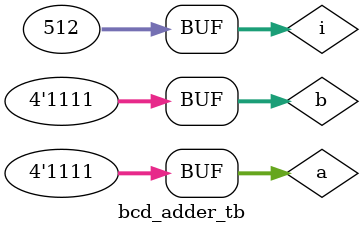
<source format=v>
module bcd_adder_d(a,b,carry,sum);
input [3:0]a,b;
output [8:0] sum;
output carry;

wire [8:0] sum_b;

assign sum_b= a+b;

assign {carry,sum}= ((sum_b <= 4'b101) ? {1'b0 , sum_b}: (sum_b + 4'b0110));
endmodule

//test bench//
`timescale 1ns / 1ns
module bcd_adder_tb; 

reg [3:0] a,b;  //dut input
wire [8:0] sum;  //dut output 

integer i;

bcd_adder_d f(a,b,carry,sum); //module instantiation

initial begin
  for (i=0; i <= 511 ; i = i+1)
    #10 {a,b} = i;
end

//system task
initial
$monitor ("Time T=%0t a=%d b=%d | sum = %b carry =%b", $realtime, a,b,sum,carry);

endmodule


</source>
